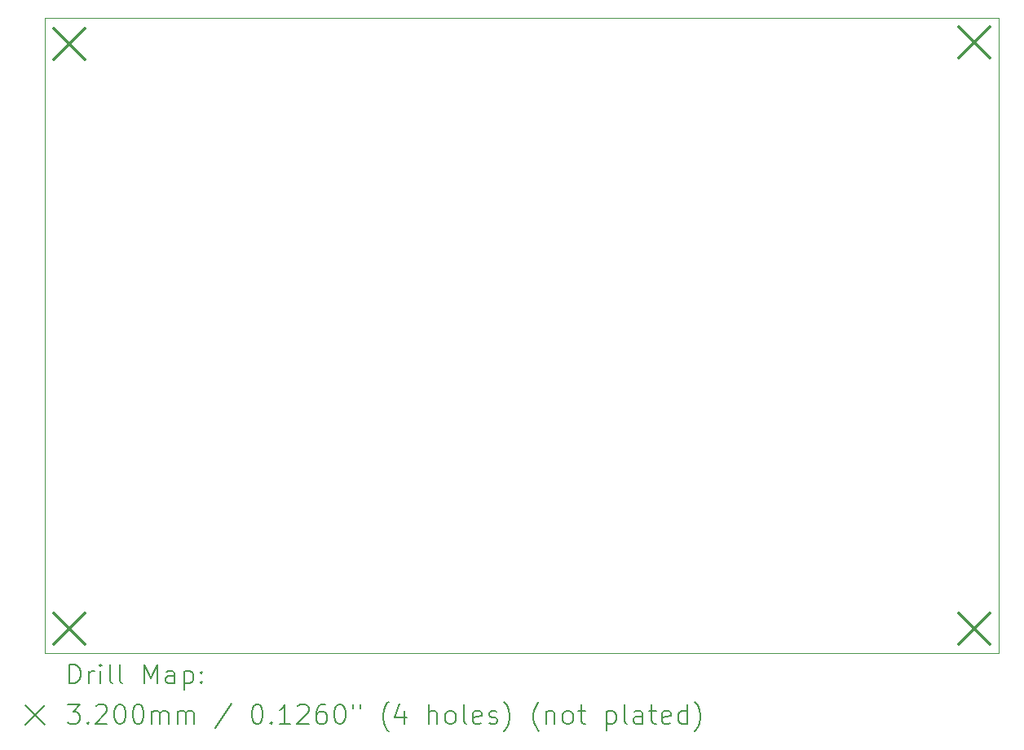
<source format=gbr>
%TF.GenerationSoftware,KiCad,Pcbnew,(6.0.11)*%
%TF.CreationDate,2023-02-03T17:21:08+09:00*%
%TF.ProjectId,12V_Dual_5V_PSU,3132565f-4475-4616-9c5f-35565f505355,Ver. 1.1*%
%TF.SameCoordinates,Original*%
%TF.FileFunction,Drillmap*%
%TF.FilePolarity,Positive*%
%FSLAX45Y45*%
G04 Gerber Fmt 4.5, Leading zero omitted, Abs format (unit mm)*
G04 Created by KiCad (PCBNEW (6.0.11)) date 2023-02-03 17:21:08*
%MOMM*%
%LPD*%
G01*
G04 APERTURE LIST*
%ADD10C,0.100000*%
%ADD11C,0.200000*%
%ADD12C,0.320000*%
G04 APERTURE END LIST*
D10*
X19558000Y-6604000D02*
X19558000Y-13208000D01*
X9652000Y-6604000D02*
X19558000Y-6604000D01*
X9652000Y-13208000D02*
X9652000Y-6604000D01*
X19558000Y-13208000D02*
X9652000Y-13208000D01*
D11*
D12*
X9746000Y-6712050D02*
X10066000Y-7032050D01*
X10066000Y-6712050D02*
X9746000Y-7032050D01*
X9746000Y-12794000D02*
X10066000Y-13114000D01*
X10066000Y-12794000D02*
X9746000Y-13114000D01*
X19144000Y-6698000D02*
X19464000Y-7018000D01*
X19464000Y-6698000D02*
X19144000Y-7018000D01*
X19144000Y-12794000D02*
X19464000Y-13114000D01*
X19464000Y-12794000D02*
X19144000Y-13114000D01*
D11*
X9904619Y-13523476D02*
X9904619Y-13323476D01*
X9952238Y-13323476D01*
X9980810Y-13333000D01*
X9999857Y-13352048D01*
X10009381Y-13371095D01*
X10018905Y-13409190D01*
X10018905Y-13437762D01*
X10009381Y-13475857D01*
X9999857Y-13494905D01*
X9980810Y-13513952D01*
X9952238Y-13523476D01*
X9904619Y-13523476D01*
X10104619Y-13523476D02*
X10104619Y-13390143D01*
X10104619Y-13428238D02*
X10114143Y-13409190D01*
X10123667Y-13399667D01*
X10142714Y-13390143D01*
X10161762Y-13390143D01*
X10228429Y-13523476D02*
X10228429Y-13390143D01*
X10228429Y-13323476D02*
X10218905Y-13333000D01*
X10228429Y-13342524D01*
X10237952Y-13333000D01*
X10228429Y-13323476D01*
X10228429Y-13342524D01*
X10352238Y-13523476D02*
X10333190Y-13513952D01*
X10323667Y-13494905D01*
X10323667Y-13323476D01*
X10457000Y-13523476D02*
X10437952Y-13513952D01*
X10428429Y-13494905D01*
X10428429Y-13323476D01*
X10685571Y-13523476D02*
X10685571Y-13323476D01*
X10752238Y-13466333D01*
X10818905Y-13323476D01*
X10818905Y-13523476D01*
X10999857Y-13523476D02*
X10999857Y-13418714D01*
X10990333Y-13399667D01*
X10971286Y-13390143D01*
X10933190Y-13390143D01*
X10914143Y-13399667D01*
X10999857Y-13513952D02*
X10980810Y-13523476D01*
X10933190Y-13523476D01*
X10914143Y-13513952D01*
X10904619Y-13494905D01*
X10904619Y-13475857D01*
X10914143Y-13456809D01*
X10933190Y-13447286D01*
X10980810Y-13447286D01*
X10999857Y-13437762D01*
X11095095Y-13390143D02*
X11095095Y-13590143D01*
X11095095Y-13399667D02*
X11114143Y-13390143D01*
X11152238Y-13390143D01*
X11171286Y-13399667D01*
X11180810Y-13409190D01*
X11190333Y-13428238D01*
X11190333Y-13485381D01*
X11180810Y-13504428D01*
X11171286Y-13513952D01*
X11152238Y-13523476D01*
X11114143Y-13523476D01*
X11095095Y-13513952D01*
X11276048Y-13504428D02*
X11285571Y-13513952D01*
X11276048Y-13523476D01*
X11266524Y-13513952D01*
X11276048Y-13504428D01*
X11276048Y-13523476D01*
X11276048Y-13399667D02*
X11285571Y-13409190D01*
X11276048Y-13418714D01*
X11266524Y-13409190D01*
X11276048Y-13399667D01*
X11276048Y-13418714D01*
X9447000Y-13753000D02*
X9647000Y-13953000D01*
X9647000Y-13753000D02*
X9447000Y-13953000D01*
X9885571Y-13743476D02*
X10009381Y-13743476D01*
X9942714Y-13819667D01*
X9971286Y-13819667D01*
X9990333Y-13829190D01*
X9999857Y-13838714D01*
X10009381Y-13857762D01*
X10009381Y-13905381D01*
X9999857Y-13924428D01*
X9990333Y-13933952D01*
X9971286Y-13943476D01*
X9914143Y-13943476D01*
X9895095Y-13933952D01*
X9885571Y-13924428D01*
X10095095Y-13924428D02*
X10104619Y-13933952D01*
X10095095Y-13943476D01*
X10085571Y-13933952D01*
X10095095Y-13924428D01*
X10095095Y-13943476D01*
X10180810Y-13762524D02*
X10190333Y-13753000D01*
X10209381Y-13743476D01*
X10257000Y-13743476D01*
X10276048Y-13753000D01*
X10285571Y-13762524D01*
X10295095Y-13781571D01*
X10295095Y-13800619D01*
X10285571Y-13829190D01*
X10171286Y-13943476D01*
X10295095Y-13943476D01*
X10418905Y-13743476D02*
X10437952Y-13743476D01*
X10457000Y-13753000D01*
X10466524Y-13762524D01*
X10476048Y-13781571D01*
X10485571Y-13819667D01*
X10485571Y-13867286D01*
X10476048Y-13905381D01*
X10466524Y-13924428D01*
X10457000Y-13933952D01*
X10437952Y-13943476D01*
X10418905Y-13943476D01*
X10399857Y-13933952D01*
X10390333Y-13924428D01*
X10380810Y-13905381D01*
X10371286Y-13867286D01*
X10371286Y-13819667D01*
X10380810Y-13781571D01*
X10390333Y-13762524D01*
X10399857Y-13753000D01*
X10418905Y-13743476D01*
X10609381Y-13743476D02*
X10628429Y-13743476D01*
X10647476Y-13753000D01*
X10657000Y-13762524D01*
X10666524Y-13781571D01*
X10676048Y-13819667D01*
X10676048Y-13867286D01*
X10666524Y-13905381D01*
X10657000Y-13924428D01*
X10647476Y-13933952D01*
X10628429Y-13943476D01*
X10609381Y-13943476D01*
X10590333Y-13933952D01*
X10580810Y-13924428D01*
X10571286Y-13905381D01*
X10561762Y-13867286D01*
X10561762Y-13819667D01*
X10571286Y-13781571D01*
X10580810Y-13762524D01*
X10590333Y-13753000D01*
X10609381Y-13743476D01*
X10761762Y-13943476D02*
X10761762Y-13810143D01*
X10761762Y-13829190D02*
X10771286Y-13819667D01*
X10790333Y-13810143D01*
X10818905Y-13810143D01*
X10837952Y-13819667D01*
X10847476Y-13838714D01*
X10847476Y-13943476D01*
X10847476Y-13838714D02*
X10857000Y-13819667D01*
X10876048Y-13810143D01*
X10904619Y-13810143D01*
X10923667Y-13819667D01*
X10933190Y-13838714D01*
X10933190Y-13943476D01*
X11028429Y-13943476D02*
X11028429Y-13810143D01*
X11028429Y-13829190D02*
X11037952Y-13819667D01*
X11057000Y-13810143D01*
X11085571Y-13810143D01*
X11104619Y-13819667D01*
X11114143Y-13838714D01*
X11114143Y-13943476D01*
X11114143Y-13838714D02*
X11123667Y-13819667D01*
X11142714Y-13810143D01*
X11171286Y-13810143D01*
X11190333Y-13819667D01*
X11199857Y-13838714D01*
X11199857Y-13943476D01*
X11590333Y-13733952D02*
X11418905Y-13991095D01*
X11847476Y-13743476D02*
X11866524Y-13743476D01*
X11885571Y-13753000D01*
X11895095Y-13762524D01*
X11904619Y-13781571D01*
X11914143Y-13819667D01*
X11914143Y-13867286D01*
X11904619Y-13905381D01*
X11895095Y-13924428D01*
X11885571Y-13933952D01*
X11866524Y-13943476D01*
X11847476Y-13943476D01*
X11828428Y-13933952D01*
X11818905Y-13924428D01*
X11809381Y-13905381D01*
X11799857Y-13867286D01*
X11799857Y-13819667D01*
X11809381Y-13781571D01*
X11818905Y-13762524D01*
X11828428Y-13753000D01*
X11847476Y-13743476D01*
X11999857Y-13924428D02*
X12009381Y-13933952D01*
X11999857Y-13943476D01*
X11990333Y-13933952D01*
X11999857Y-13924428D01*
X11999857Y-13943476D01*
X12199857Y-13943476D02*
X12085571Y-13943476D01*
X12142714Y-13943476D02*
X12142714Y-13743476D01*
X12123667Y-13772048D01*
X12104619Y-13791095D01*
X12085571Y-13800619D01*
X12276048Y-13762524D02*
X12285571Y-13753000D01*
X12304619Y-13743476D01*
X12352238Y-13743476D01*
X12371286Y-13753000D01*
X12380809Y-13762524D01*
X12390333Y-13781571D01*
X12390333Y-13800619D01*
X12380809Y-13829190D01*
X12266524Y-13943476D01*
X12390333Y-13943476D01*
X12561762Y-13743476D02*
X12523667Y-13743476D01*
X12504619Y-13753000D01*
X12495095Y-13762524D01*
X12476048Y-13791095D01*
X12466524Y-13829190D01*
X12466524Y-13905381D01*
X12476048Y-13924428D01*
X12485571Y-13933952D01*
X12504619Y-13943476D01*
X12542714Y-13943476D01*
X12561762Y-13933952D01*
X12571286Y-13924428D01*
X12580809Y-13905381D01*
X12580809Y-13857762D01*
X12571286Y-13838714D01*
X12561762Y-13829190D01*
X12542714Y-13819667D01*
X12504619Y-13819667D01*
X12485571Y-13829190D01*
X12476048Y-13838714D01*
X12466524Y-13857762D01*
X12704619Y-13743476D02*
X12723667Y-13743476D01*
X12742714Y-13753000D01*
X12752238Y-13762524D01*
X12761762Y-13781571D01*
X12771286Y-13819667D01*
X12771286Y-13867286D01*
X12761762Y-13905381D01*
X12752238Y-13924428D01*
X12742714Y-13933952D01*
X12723667Y-13943476D01*
X12704619Y-13943476D01*
X12685571Y-13933952D01*
X12676048Y-13924428D01*
X12666524Y-13905381D01*
X12657000Y-13867286D01*
X12657000Y-13819667D01*
X12666524Y-13781571D01*
X12676048Y-13762524D01*
X12685571Y-13753000D01*
X12704619Y-13743476D01*
X12847476Y-13743476D02*
X12847476Y-13781571D01*
X12923667Y-13743476D02*
X12923667Y-13781571D01*
X13218905Y-14019667D02*
X13209381Y-14010143D01*
X13190333Y-13981571D01*
X13180809Y-13962524D01*
X13171286Y-13933952D01*
X13161762Y-13886333D01*
X13161762Y-13848238D01*
X13171286Y-13800619D01*
X13180809Y-13772048D01*
X13190333Y-13753000D01*
X13209381Y-13724428D01*
X13218905Y-13714905D01*
X13380809Y-13810143D02*
X13380809Y-13943476D01*
X13333190Y-13733952D02*
X13285571Y-13876809D01*
X13409381Y-13876809D01*
X13637952Y-13943476D02*
X13637952Y-13743476D01*
X13723667Y-13943476D02*
X13723667Y-13838714D01*
X13714143Y-13819667D01*
X13695095Y-13810143D01*
X13666524Y-13810143D01*
X13647476Y-13819667D01*
X13637952Y-13829190D01*
X13847476Y-13943476D02*
X13828428Y-13933952D01*
X13818905Y-13924428D01*
X13809381Y-13905381D01*
X13809381Y-13848238D01*
X13818905Y-13829190D01*
X13828428Y-13819667D01*
X13847476Y-13810143D01*
X13876048Y-13810143D01*
X13895095Y-13819667D01*
X13904619Y-13829190D01*
X13914143Y-13848238D01*
X13914143Y-13905381D01*
X13904619Y-13924428D01*
X13895095Y-13933952D01*
X13876048Y-13943476D01*
X13847476Y-13943476D01*
X14028428Y-13943476D02*
X14009381Y-13933952D01*
X13999857Y-13914905D01*
X13999857Y-13743476D01*
X14180809Y-13933952D02*
X14161762Y-13943476D01*
X14123667Y-13943476D01*
X14104619Y-13933952D01*
X14095095Y-13914905D01*
X14095095Y-13838714D01*
X14104619Y-13819667D01*
X14123667Y-13810143D01*
X14161762Y-13810143D01*
X14180809Y-13819667D01*
X14190333Y-13838714D01*
X14190333Y-13857762D01*
X14095095Y-13876809D01*
X14266524Y-13933952D02*
X14285571Y-13943476D01*
X14323667Y-13943476D01*
X14342714Y-13933952D01*
X14352238Y-13914905D01*
X14352238Y-13905381D01*
X14342714Y-13886333D01*
X14323667Y-13876809D01*
X14295095Y-13876809D01*
X14276048Y-13867286D01*
X14266524Y-13848238D01*
X14266524Y-13838714D01*
X14276048Y-13819667D01*
X14295095Y-13810143D01*
X14323667Y-13810143D01*
X14342714Y-13819667D01*
X14418905Y-14019667D02*
X14428428Y-14010143D01*
X14447476Y-13981571D01*
X14457000Y-13962524D01*
X14466524Y-13933952D01*
X14476048Y-13886333D01*
X14476048Y-13848238D01*
X14466524Y-13800619D01*
X14457000Y-13772048D01*
X14447476Y-13753000D01*
X14428428Y-13724428D01*
X14418905Y-13714905D01*
X14780809Y-14019667D02*
X14771286Y-14010143D01*
X14752238Y-13981571D01*
X14742714Y-13962524D01*
X14733190Y-13933952D01*
X14723667Y-13886333D01*
X14723667Y-13848238D01*
X14733190Y-13800619D01*
X14742714Y-13772048D01*
X14752238Y-13753000D01*
X14771286Y-13724428D01*
X14780809Y-13714905D01*
X14857000Y-13810143D02*
X14857000Y-13943476D01*
X14857000Y-13829190D02*
X14866524Y-13819667D01*
X14885571Y-13810143D01*
X14914143Y-13810143D01*
X14933190Y-13819667D01*
X14942714Y-13838714D01*
X14942714Y-13943476D01*
X15066524Y-13943476D02*
X15047476Y-13933952D01*
X15037952Y-13924428D01*
X15028428Y-13905381D01*
X15028428Y-13848238D01*
X15037952Y-13829190D01*
X15047476Y-13819667D01*
X15066524Y-13810143D01*
X15095095Y-13810143D01*
X15114143Y-13819667D01*
X15123667Y-13829190D01*
X15133190Y-13848238D01*
X15133190Y-13905381D01*
X15123667Y-13924428D01*
X15114143Y-13933952D01*
X15095095Y-13943476D01*
X15066524Y-13943476D01*
X15190333Y-13810143D02*
X15266524Y-13810143D01*
X15218905Y-13743476D02*
X15218905Y-13914905D01*
X15228428Y-13933952D01*
X15247476Y-13943476D01*
X15266524Y-13943476D01*
X15485571Y-13810143D02*
X15485571Y-14010143D01*
X15485571Y-13819667D02*
X15504619Y-13810143D01*
X15542714Y-13810143D01*
X15561762Y-13819667D01*
X15571286Y-13829190D01*
X15580809Y-13848238D01*
X15580809Y-13905381D01*
X15571286Y-13924428D01*
X15561762Y-13933952D01*
X15542714Y-13943476D01*
X15504619Y-13943476D01*
X15485571Y-13933952D01*
X15695095Y-13943476D02*
X15676048Y-13933952D01*
X15666524Y-13914905D01*
X15666524Y-13743476D01*
X15857000Y-13943476D02*
X15857000Y-13838714D01*
X15847476Y-13819667D01*
X15828428Y-13810143D01*
X15790333Y-13810143D01*
X15771286Y-13819667D01*
X15857000Y-13933952D02*
X15837952Y-13943476D01*
X15790333Y-13943476D01*
X15771286Y-13933952D01*
X15761762Y-13914905D01*
X15761762Y-13895857D01*
X15771286Y-13876809D01*
X15790333Y-13867286D01*
X15837952Y-13867286D01*
X15857000Y-13857762D01*
X15923667Y-13810143D02*
X15999857Y-13810143D01*
X15952238Y-13743476D02*
X15952238Y-13914905D01*
X15961762Y-13933952D01*
X15980809Y-13943476D01*
X15999857Y-13943476D01*
X16142714Y-13933952D02*
X16123667Y-13943476D01*
X16085571Y-13943476D01*
X16066524Y-13933952D01*
X16057000Y-13914905D01*
X16057000Y-13838714D01*
X16066524Y-13819667D01*
X16085571Y-13810143D01*
X16123667Y-13810143D01*
X16142714Y-13819667D01*
X16152238Y-13838714D01*
X16152238Y-13857762D01*
X16057000Y-13876809D01*
X16323667Y-13943476D02*
X16323667Y-13743476D01*
X16323667Y-13933952D02*
X16304619Y-13943476D01*
X16266524Y-13943476D01*
X16247476Y-13933952D01*
X16237952Y-13924428D01*
X16228428Y-13905381D01*
X16228428Y-13848238D01*
X16237952Y-13829190D01*
X16247476Y-13819667D01*
X16266524Y-13810143D01*
X16304619Y-13810143D01*
X16323667Y-13819667D01*
X16399857Y-14019667D02*
X16409381Y-14010143D01*
X16428428Y-13981571D01*
X16437952Y-13962524D01*
X16447476Y-13933952D01*
X16457000Y-13886333D01*
X16457000Y-13848238D01*
X16447476Y-13800619D01*
X16437952Y-13772048D01*
X16428428Y-13753000D01*
X16409381Y-13724428D01*
X16399857Y-13714905D01*
M02*

</source>
